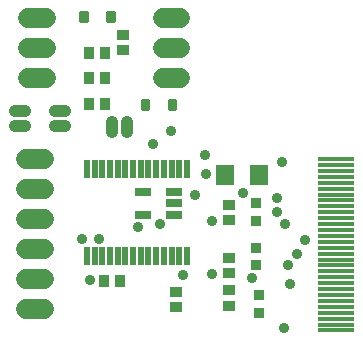
<source format=gts>
G75*
%MOIN*%
%OFA0B0*%
%FSLAX25Y25*%
%IPPOS*%
%LPD*%
%AMOC8*
5,1,8,0,0,1.08239X$1,22.5*
%
%ADD10R,0.06112X0.06899*%
%ADD11R,0.03750X0.03750*%
%ADD12R,0.04143X0.03356*%
%ADD13R,0.01970X0.06100*%
%ADD14R,0.03356X0.04143*%
%ADD15R,0.12411X0.01584*%
%ADD16C,0.06506*%
%ADD17R,0.05324X0.02765*%
%ADD18C,0.00924*%
%ADD19C,0.03969*%
%ADD20C,0.03575*%
D10*
X0194963Y0166571D03*
X0205987Y0166571D03*
D11*
X0206089Y0120709D03*
X0206089Y0126614D03*
X0205105Y0136457D03*
X0205105Y0142362D03*
X0205105Y0151220D03*
X0205105Y0157126D03*
D12*
X0196247Y0156732D03*
X0196247Y0151614D03*
X0196247Y0139016D03*
X0196247Y0133898D03*
X0196247Y0128189D03*
X0196247Y0123071D03*
X0178633Y0122535D03*
X0178633Y0127654D03*
X0160814Y0208110D03*
X0160814Y0213228D03*
D13*
X0161636Y0168465D03*
X0159077Y0168465D03*
X0156518Y0168465D03*
X0153959Y0168465D03*
X0151400Y0168465D03*
X0148841Y0168465D03*
X0164196Y0168465D03*
X0166755Y0168465D03*
X0169314Y0168465D03*
X0171873Y0168465D03*
X0174432Y0168465D03*
X0176991Y0168465D03*
X0179550Y0168465D03*
X0182109Y0168465D03*
X0182109Y0139677D03*
X0179550Y0139677D03*
X0176991Y0139677D03*
X0174432Y0139677D03*
X0171873Y0139677D03*
X0169314Y0139677D03*
X0166755Y0139677D03*
X0164196Y0139677D03*
X0161636Y0139677D03*
X0159077Y0139677D03*
X0156518Y0139677D03*
X0153959Y0139677D03*
X0151400Y0139677D03*
X0148841Y0139677D03*
D14*
X0154577Y0131244D03*
X0159696Y0131244D03*
X0154711Y0190197D03*
X0149593Y0190197D03*
X0149593Y0198858D03*
X0154711Y0198858D03*
X0154711Y0207126D03*
X0149593Y0207126D03*
D15*
X0231680Y0171890D03*
X0231680Y0169921D03*
X0231680Y0167953D03*
X0231680Y0165984D03*
X0231680Y0164016D03*
X0231680Y0162047D03*
X0231680Y0160079D03*
X0231680Y0158110D03*
X0231680Y0156142D03*
X0231680Y0154173D03*
X0231680Y0152205D03*
X0231680Y0150236D03*
X0231680Y0148268D03*
X0231680Y0146299D03*
X0231680Y0144331D03*
X0231680Y0142362D03*
X0231680Y0140394D03*
X0231680Y0138425D03*
X0231680Y0136457D03*
X0231680Y0134488D03*
X0231680Y0132520D03*
X0231680Y0130551D03*
X0231680Y0128583D03*
X0231680Y0126614D03*
X0231680Y0124646D03*
X0231680Y0122677D03*
X0231680Y0120709D03*
X0231680Y0118740D03*
X0231680Y0116772D03*
X0231680Y0114803D03*
D16*
X0134396Y0121850D02*
X0128491Y0121850D01*
X0128491Y0131850D02*
X0134396Y0131850D01*
X0134396Y0141850D02*
X0128491Y0141850D01*
X0128491Y0151850D02*
X0134396Y0151850D01*
X0134396Y0161850D02*
X0128491Y0161850D01*
X0128491Y0171850D02*
X0134396Y0171850D01*
X0135026Y0199094D02*
X0129121Y0199094D01*
X0129121Y0209094D02*
X0135026Y0209094D01*
X0135026Y0219094D02*
X0129121Y0219094D01*
X0174003Y0219094D02*
X0179908Y0219094D01*
X0179908Y0209094D02*
X0174003Y0209094D01*
X0174003Y0199094D02*
X0179908Y0199094D01*
D17*
X0177743Y0160866D03*
X0177743Y0157126D03*
X0177743Y0153386D03*
X0167506Y0153386D03*
X0167506Y0160866D03*
D18*
X0167019Y0188725D02*
X0169175Y0188725D01*
X0167019Y0188725D02*
X0167019Y0191669D01*
X0169175Y0191669D01*
X0169175Y0188725D01*
X0169175Y0189648D02*
X0167019Y0189648D01*
X0167019Y0190571D02*
X0169175Y0190571D01*
X0169175Y0191494D02*
X0167019Y0191494D01*
X0176074Y0188725D02*
X0178230Y0188725D01*
X0176074Y0188725D02*
X0176074Y0191669D01*
X0178230Y0191669D01*
X0178230Y0188725D01*
X0178230Y0189648D02*
X0176074Y0189648D01*
X0176074Y0190571D02*
X0178230Y0190571D01*
X0178230Y0191494D02*
X0176074Y0191494D01*
X0157758Y0220803D02*
X0155602Y0220803D01*
X0157758Y0220803D02*
X0157758Y0217859D01*
X0155602Y0217859D01*
X0155602Y0220803D01*
X0155602Y0218782D02*
X0157758Y0218782D01*
X0157758Y0219705D02*
X0155602Y0219705D01*
X0155602Y0220628D02*
X0157758Y0220628D01*
X0148703Y0220803D02*
X0146547Y0220803D01*
X0148703Y0220803D02*
X0148703Y0217859D01*
X0146547Y0217859D01*
X0146547Y0220803D01*
X0146547Y0218782D02*
X0148703Y0218782D01*
X0148703Y0219705D02*
X0146547Y0219705D01*
X0146547Y0220628D02*
X0148703Y0220628D01*
D19*
X0141435Y0187933D02*
X0138066Y0187933D01*
X0138066Y0183012D02*
X0141435Y0183012D01*
X0128049Y0183012D02*
X0124681Y0183012D01*
X0124681Y0187933D02*
X0128049Y0187933D01*
X0157172Y0184204D02*
X0157172Y0180835D01*
X0162093Y0180835D02*
X0162093Y0184204D01*
D20*
X0170656Y0176811D03*
X0176656Y0181433D03*
X0188073Y0173165D03*
X0188373Y0166969D03*
X0184727Y0159780D03*
X0190341Y0151220D03*
X0200790Y0160724D03*
X0211995Y0159094D03*
X0211995Y0154173D03*
X0214948Y0150236D03*
X0221459Y0144976D03*
X0218885Y0140394D03*
X0215932Y0136457D03*
X0216538Y0130213D03*
X0203743Y0132181D03*
X0190341Y0133504D03*
X0180790Y0133402D03*
X0165932Y0149252D03*
X0173310Y0150331D03*
X0152940Y0145315D03*
X0147034Y0145315D03*
X0149790Y0131535D03*
X0214570Y0115449D03*
X0213963Y0170906D03*
M02*

</source>
